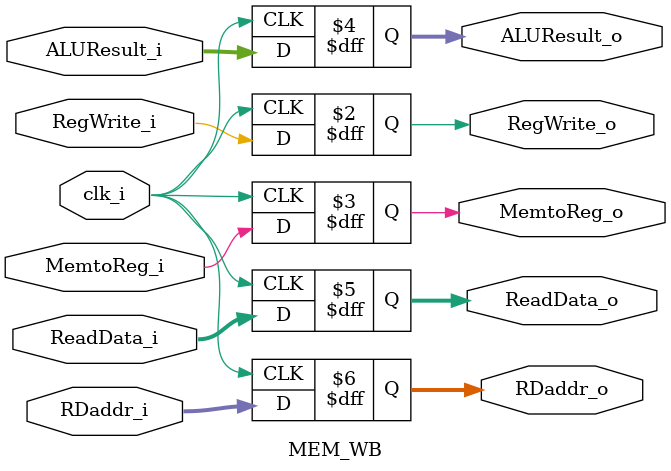
<source format=v>
module MEM_WB(
    input clk_i,
    input RegWrite_i,
    input MemtoReg_i,
    input [31:0] ALUResult_i,
    input [31:0] ReadData_i,
    input [4:0] RDaddr_i,
    output RegWrite_o,
    output MemtoReg_o,
    output [31:0] ALUResult_o,
    output [31:0] ReadData_o,
    output [4:0] RDaddr_o
);

reg [31:0] ALUResult_o, ReadData_o;
reg [4:0] RDaddr_o;
reg RegWrite_o, MemtoReg_o;

always @(posedge clk_i) begin
    ALUResult_o <= ALUResult_i;
    ReadData_o <= ReadData_i;
    RDaddr_o <= RDaddr_i;
    RegWrite_o <= RegWrite_i;
    MemtoReg_o <= MemtoReg_i;
end

endmodule
</source>
